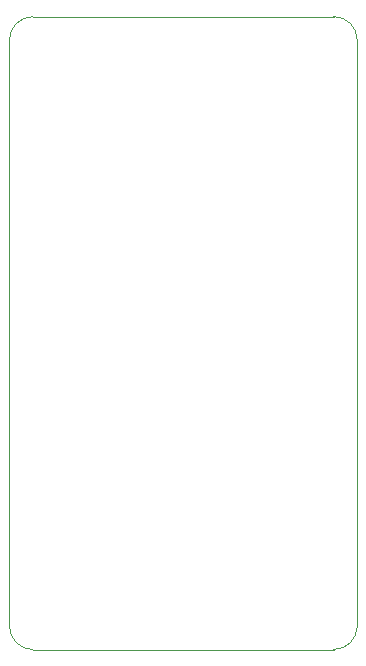
<source format=gbr>
%TF.GenerationSoftware,KiCad,Pcbnew,7.0.7*%
%TF.CreationDate,2024-04-13T12:00:14-04:00*%
%TF.ProjectId,ESP32_S2_Breakout,45535033-325f-4533-925f-427265616b6f,rev?*%
%TF.SameCoordinates,Original*%
%TF.FileFunction,Profile,NP*%
%FSLAX46Y46*%
G04 Gerber Fmt 4.6, Leading zero omitted, Abs format (unit mm)*
G04 Created by KiCad (PCBNEW 7.0.7) date 2024-04-13 12:00:14*
%MOMM*%
%LPD*%
G01*
G04 APERTURE LIST*
%TA.AperFunction,Profile*%
%ADD10C,0.100000*%
%TD*%
G04 APERTURE END LIST*
D10*
X153992000Y-132930000D02*
X153992000Y-83336000D01*
X151992000Y-134930000D02*
G75*
G03*
X153992000Y-132930000I0J2000000D01*
G01*
X124528000Y-83336000D02*
X124528000Y-132930000D01*
X151992000Y-81336000D02*
X126528000Y-81336000D01*
X126528000Y-81336000D02*
G75*
G03*
X124528000Y-83336000I0J-2000000D01*
G01*
X153992000Y-83336000D02*
G75*
G03*
X151992000Y-81336000I-2000000J0D01*
G01*
X124528000Y-132930000D02*
G75*
G03*
X126528000Y-134930000I2000000J0D01*
G01*
X126528000Y-134930000D02*
X151992000Y-134930000D01*
M02*

</source>
